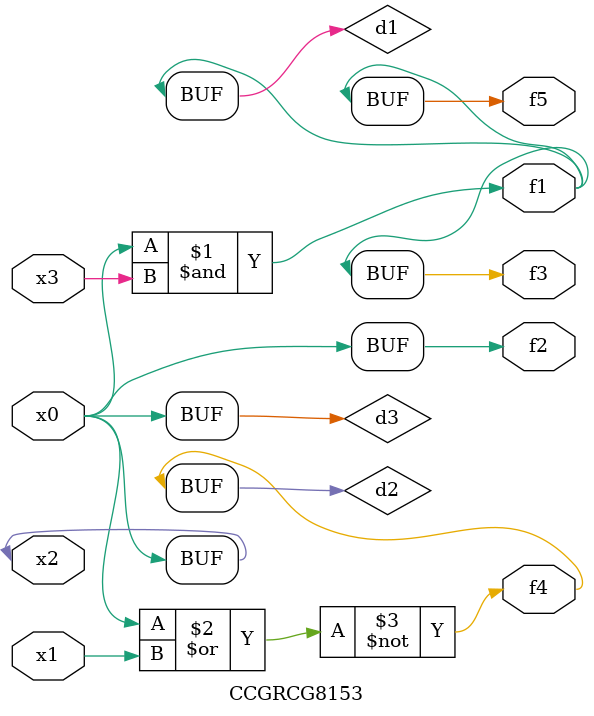
<source format=v>
module CCGRCG8153(
	input x0, x1, x2, x3,
	output f1, f2, f3, f4, f5
);

	wire d1, d2, d3;

	and (d1, x2, x3);
	nor (d2, x0, x1);
	buf (d3, x0, x2);
	assign f1 = d1;
	assign f2 = d3;
	assign f3 = d1;
	assign f4 = d2;
	assign f5 = d1;
endmodule

</source>
